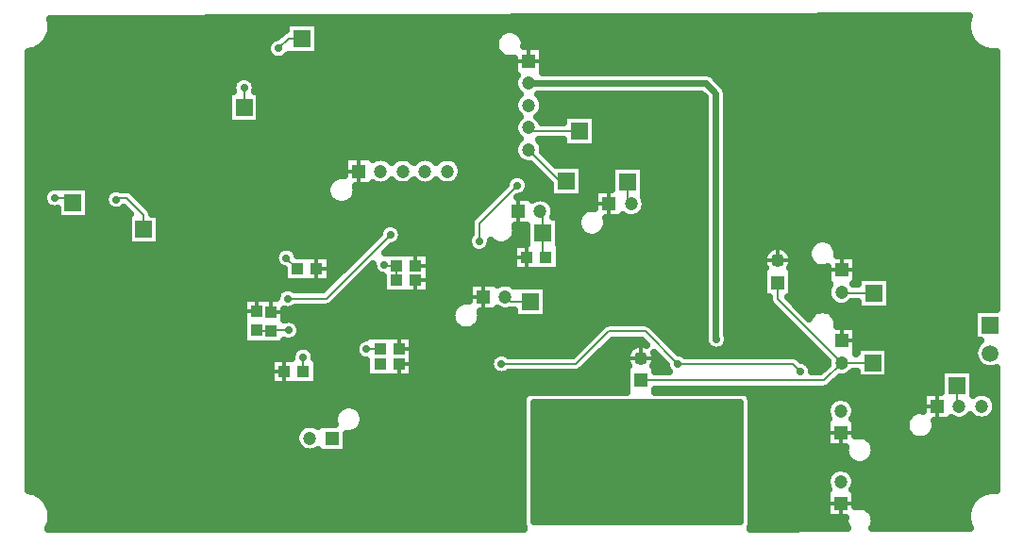
<source format=gbr>
G04 DipTrace 3.2.0.1*
G04 Bottom.gbr*
%MOIN*%
G04 #@! TF.FileFunction,Copper,L2,Bot*
G04 #@! TF.Part,Single*
G04 #@! TA.AperFunction,Conductor*
%ADD13C,0.007874*%
%ADD16C,0.023622*%
G04 #@! TA.AperFunction,CopperBalancing*
%ADD18C,0.025*%
%ADD19C,0.012992*%
%ADD20R,0.059055X0.059055*%
G04 #@! TA.AperFunction,ComponentPad*
%ADD21R,0.047244X0.047244*%
%ADD22C,0.047244*%
%ADD23R,0.03937X0.043307*%
%ADD26R,0.043307X0.03937*%
G04 #@! TA.AperFunction,ComponentPad*
%ADD28R,0.049213X0.049213*%
%ADD29C,0.049213*%
%ADD41C,0.059055*%
G04 #@! TA.AperFunction,ViaPad*
%ADD59C,0.027559*%
%ADD60C,0.062992*%
%FSLAX26Y26*%
G04*
G70*
G90*
G75*
G01*
G04 Bottom*
%LPD*%
X3370155Y1037617D2*
D13*
X3371908Y1039370D1*
X3480315D1*
X3370155Y1037617D2*
X3308916Y976378D1*
X2661417D1*
X3370155Y1037617D2*
X3144929Y1262843D1*
Y1322087D1*
X3370155Y1287617D2*
X3374307Y1283465D1*
X3484252D1*
X1440945Y1377953D2*
X1448819D1*
Y1370079D1*
X1409449Y1409449D1*
X1468504Y1059055D2*
Y1007874D1*
X1303150Y1153543D2*
X1305118Y1151575D1*
X1356299D1*
X1354331Y1153543D1*
X1417323D1*
X1799213Y1330709D2*
Y1381890D1*
X1755906Y1385827D2*
X1759843Y1381890D1*
X1799213D1*
X1692913Y1086614D2*
X1740157D1*
X2929134Y1122047D2*
D16*
X2925197D1*
Y1992126D1*
X2889969Y2027354D1*
X2265449D1*
X3224409Y1007874D2*
D13*
X3196850Y1035433D1*
X2791339D1*
X2677165Y1149606D1*
X2547244D1*
X2433071Y1035433D1*
X2169291D1*
X808944Y1616030D2*
X814961Y1622047D1*
X844021D1*
X906281Y1559787D1*
Y1509793D1*
X590551Y1622047D2*
X661417D1*
Y1603533D1*
X656307D1*
X3786395Y885108D2*
X3778196Y893307D1*
Y959392D1*
X1413386Y1220472D2*
X1411417Y1218504D1*
X1356299D1*
X1507874Y1417323D2*
X1515748Y1409449D1*
Y1370079D1*
X1381890Y2149606D2*
X1417323Y2185039D1*
X1464567D1*
X1259843Y2011811D2*
Y1940945D1*
X2182667Y1271961D2*
X2200140Y1254487D1*
X2270978D1*
X2224409Y1665354D2*
X2090551Y1531496D1*
Y1468504D1*
X2627231Y1600806D2*
X2614692Y1613345D1*
Y1679442D1*
X2305972Y1573203D2*
X2314723Y1564453D1*
Y1498211D1*
X2325408Y1410720D2*
X2314723Y1421406D1*
Y1498211D1*
X1777252Y1491045D2*
X1552276Y1266068D1*
X1414790D1*
X2265449Y1869874D2*
X2277449Y1857874D1*
X2445743D1*
X2265449Y1791134D2*
X2376063Y1680520D1*
X2398499D1*
D59*
X1409449Y1409449D3*
D3*
X1468504Y1059055D3*
X1417323Y1153543D3*
X1755906Y1385827D3*
X1692913Y1086614D3*
X2929134Y1122047D3*
X3224409Y1007874D3*
X2791339Y1035433D3*
X2169291D3*
X808944Y1616030D3*
X590551Y1622047D3*
X1413386Y1220472D3*
X1507874Y1417323D3*
X1381890Y2149606D3*
X1259843Y2011811D3*
X2224409Y1665354D3*
X2090551Y1468504D3*
X1777252Y1491045D3*
X1414790Y1266068D3*
X641732Y1448819D3*
X633858Y1141732D3*
X759843Y2003937D3*
X1039370Y2000000D3*
X1338583Y1996063D3*
X1657480Y1791339D3*
X2051181Y555118D3*
X1996063Y748031D3*
X3122047Y1074803D3*
X3641732Y1472441D3*
X3751969D3*
X3846457D3*
X3834646Y1208661D3*
X3649606D3*
X1708661Y960630D3*
X1421260Y1070866D3*
X1358268Y858268D3*
X968504Y1374016D3*
X1007874Y1019685D3*
X1098425Y1535433D3*
X1263780Y1374016D3*
X1425197Y1515748D3*
X1744094Y1342520D3*
X1090551Y1669291D3*
X728346Y1787402D3*
D60*
X2338583Y850394D3*
X2417323D3*
X2507874D3*
X2590551Y854331D3*
X2685039Y846457D3*
X2338583Y740157D3*
X2421260D3*
X2594488Y744094D3*
X2503937Y740157D3*
X2681102Y744094D3*
X2342520Y618110D3*
X2417323D3*
X2598425Y622047D3*
X2507874Y618110D3*
X2685039Y622047D3*
X2338583Y519685D3*
X2413386D3*
X2594488Y523622D3*
X2503937Y519685D3*
X2681102Y523622D3*
X2850394Y527559D3*
X2759843Y523622D3*
X2937008Y527559D3*
X2854331Y629921D3*
X2763780Y625984D3*
X2940945Y629921D3*
X581516Y2238222D2*
D18*
X1406051D1*
X1523082D2*
X3812194D1*
X580835Y2213353D2*
X1403683D1*
X1523082D2*
X2176521D1*
X2220527D2*
X3812875D1*
X572904Y2188484D2*
X1368875D1*
X1523082D2*
X2149536D1*
X2247476D2*
X3820806D1*
X555177Y2163615D2*
X1341639D1*
X1523082D2*
X2144045D1*
X2253002D2*
X3838533D1*
X508600Y2138747D2*
X1340598D1*
X1523082D2*
X2151222D1*
X2318060D2*
X3885110D1*
X499270Y2113878D2*
X1360801D1*
X1402977D2*
X2187322D1*
X2318060D2*
X3914141D1*
X499270Y2089009D2*
X2212835D1*
X2318060D2*
X3914141D1*
X499270Y2064140D2*
X2212835D1*
X2903152D2*
X3914141D1*
X499270Y2039272D2*
X1227886D1*
X1291808D2*
X2214271D1*
X2934730D2*
X3914141D1*
X499270Y2014403D2*
X1217157D1*
X1302537D2*
X2214522D1*
X2958844D2*
X3914141D1*
X499270Y1989534D2*
X1201332D1*
X1318362D2*
X2230060D1*
X2965985D2*
X3914141D1*
X499270Y1964665D2*
X1201332D1*
X1318362D2*
X2215491D1*
X2315440D2*
X2884408D1*
X2965985D2*
X3914141D1*
X499270Y1939797D2*
X1201332D1*
X1318362D2*
X2213625D1*
X2317270D2*
X2884408D1*
X2965985D2*
X3914141D1*
X499270Y1914928D2*
X1201332D1*
X1318362D2*
X2225861D1*
X2305070D2*
X2884408D1*
X2965985D2*
X3914141D1*
X499270Y1890059D2*
X1201332D1*
X1318362D2*
X2217070D1*
X2313826D2*
X2387233D1*
X2504263D2*
X2884408D1*
X2965985D2*
X3914141D1*
X499270Y1865190D2*
X2213051D1*
X2504263D2*
X2884408D1*
X2965985D2*
X3914141D1*
X499270Y1840322D2*
X2222488D1*
X2504263D2*
X2884408D1*
X2965985D2*
X3914141D1*
X499270Y1815453D2*
X2219115D1*
X2311780D2*
X2387233D1*
X2504263D2*
X2884408D1*
X2965985D2*
X3914141D1*
X499270Y1790584D2*
X2212835D1*
X2318060D2*
X2884408D1*
X2965985D2*
X3914141D1*
X499270Y1765715D2*
X1610914D1*
X1716139D2*
X1733279D1*
X1751233D2*
X1812009D1*
X1829964D2*
X1890775D1*
X1908732D2*
X1969505D1*
X1987459D2*
X2219761D1*
X2336397D2*
X2884408D1*
X2965985D2*
X3914141D1*
X499270Y1740846D2*
X1610914D1*
X2024527D2*
X2270214D1*
X2361264D2*
X2884408D1*
X2965985D2*
X3914141D1*
X499270Y1715978D2*
X1610914D1*
X2031094D2*
X2295082D1*
X2457003D2*
X2556175D1*
X2673206D2*
X2884408D1*
X2965985D2*
X3914141D1*
X499270Y1691109D2*
X1571334D1*
X2024455D2*
X2190946D1*
X2257882D2*
X2319950D1*
X2457003D2*
X2556175D1*
X2673206D2*
X2884408D1*
X2965985D2*
X3914141D1*
X499270Y1666240D2*
X1552853D1*
X1716139D2*
X1733997D1*
X1750516D2*
X1812727D1*
X1829289D2*
X1891457D1*
X1908039D2*
X1970222D1*
X1986749D2*
X2179750D1*
X2267176D2*
X2339973D1*
X2457003D2*
X2556175D1*
X2673206D2*
X2884408D1*
X2965985D2*
X3914141D1*
X499270Y1641371D2*
X552725D1*
X714826D2*
X775135D1*
X870241D2*
X1550521D1*
X1658401D2*
X2154882D1*
X2259246D2*
X2339973D1*
X2457003D2*
X2495890D1*
X2673206D2*
X2884408D1*
X2965985D2*
X3914141D1*
X499270Y1616503D2*
X548168D1*
X714826D2*
X766164D1*
X895108D2*
X1561430D1*
X1647492D2*
X2130015D1*
X2333705D2*
X2495890D1*
X2677332D2*
X2884408D1*
X2965985D2*
X3914141D1*
X499270Y1591634D2*
X561660D1*
X714826D2*
X774418D1*
X919976D2*
X2105147D1*
X2355092D2*
X2495890D1*
X2678983D2*
X2884408D1*
X2965985D2*
X3914141D1*
X499270Y1566765D2*
X597796D1*
X714826D2*
X853758D1*
X938385D2*
X2080279D1*
X2358178D2*
X2446657D1*
X2666495D2*
X2884408D1*
X2965985D2*
X3914141D1*
X499270Y1541896D2*
X847765D1*
X964795D2*
X2059466D1*
X2373250D2*
X2435569D1*
X2543305D2*
X2884408D1*
X2965985D2*
X3914141D1*
X499270Y1517028D2*
X847765D1*
X964795D2*
X1743973D1*
X1810514D2*
X2057636D1*
X2221567D2*
X2256219D1*
X2373250D2*
X2437757D1*
X2541116D2*
X2884408D1*
X2965985D2*
X3914141D1*
X499270Y1492159D2*
X847765D1*
X964795D2*
X1732848D1*
X1820023D2*
X2055447D1*
X2220742D2*
X2256219D1*
X2373250D2*
X2455879D1*
X2522994D2*
X2884408D1*
X2965985D2*
X3914141D1*
X499270Y1467290D2*
X847765D1*
X964795D2*
X1707981D1*
X1812272D2*
X2047804D1*
X2205096D2*
X2256219D1*
X2373250D2*
X2884408D1*
X2965985D2*
X3269912D1*
X3336561D2*
X3914141D1*
X499270Y1442421D2*
X1383839D1*
X1435058D2*
X1683113D1*
X1774163D2*
X2057385D1*
X2123747D2*
X2207847D1*
X2376049D2*
X2884408D1*
X2965985D2*
X3112739D1*
X3177127D2*
X3251575D1*
X3354862D2*
X3914141D1*
X499270Y1417552D2*
X1367512D1*
X1451385D2*
X1658209D1*
X1916803D2*
X2207847D1*
X2376049D2*
X2884408D1*
X2965985D2*
X3094151D1*
X3195715D2*
X3249314D1*
X3357122D2*
X3914141D1*
X499270Y1392684D2*
X1370346D1*
X1566394D2*
X1633342D1*
X1916803D2*
X2207847D1*
X2376049D2*
X2884408D1*
X2965985D2*
X3091998D1*
X3197868D2*
X3260331D1*
X3422755D2*
X3914141D1*
X499270Y1367815D2*
X1398157D1*
X1566394D2*
X1608474D1*
X1699560D2*
X1717382D1*
X1916803D2*
X2207847D1*
X2376049D2*
X2884408D1*
X2965985D2*
X3091316D1*
X3198514D2*
X3317530D1*
X3422755D2*
X3914141D1*
X499270Y1342946D2*
X1398157D1*
X1566394D2*
X1583606D1*
X1674692D2*
X1748566D1*
X1916803D2*
X2884408D1*
X2965985D2*
X3091316D1*
X3198514D2*
X3317530D1*
X3422755D2*
X3914141D1*
X499270Y1318077D2*
X1558738D1*
X1649825D2*
X1748566D1*
X1916803D2*
X2051321D1*
X2204774D2*
X2884408D1*
X2965985D2*
X3091316D1*
X3198514D2*
X3317530D1*
X3542787D2*
X3914141D1*
X499270Y1293209D2*
X1382547D1*
X1624957D2*
X1748566D1*
X1916803D2*
X2051321D1*
X2329507D2*
X2884408D1*
X2965985D2*
X3091316D1*
X3198514D2*
X3317853D1*
X3542787D2*
X3914141D1*
X499270Y1268340D2*
X1254476D1*
X1351842D2*
X1372069D1*
X1600089D2*
X2051321D1*
X2329507D2*
X2884408D1*
X2965985D2*
X3111985D1*
X3184950D2*
X3321406D1*
X3542787D2*
X3914141D1*
X499270Y1243471D2*
X1254476D1*
X1575150D2*
X2007363D1*
X2329507D2*
X2884408D1*
X2965985D2*
X3118947D1*
X3209818D2*
X3343941D1*
X3396380D2*
X3425721D1*
X3542787D2*
X3914141D1*
X499270Y1218602D2*
X1254476D1*
X1404987D2*
X1992184D1*
X2097587D2*
X2212441D1*
X2329507D2*
X2884408D1*
X2965985D2*
X3143635D1*
X3234686D2*
X3271778D1*
X3334695D2*
X3836631D1*
X499270Y1193734D2*
X1254476D1*
X1422376D2*
X1991609D1*
X2098126D2*
X2884408D1*
X2965985D2*
X3168503D1*
X3354395D2*
X3836631D1*
X499270Y1168865D2*
X1254476D1*
X1457055D2*
X2004994D1*
X2084741D2*
X2520973D1*
X2703456D2*
X2884408D1*
X2965985D2*
X3193371D1*
X3357302D2*
X3836631D1*
X499270Y1143996D2*
X1254476D1*
X1458957D2*
X2496105D1*
X2728324D2*
X2884408D1*
X2965985D2*
X3218238D1*
X3422755D2*
X3836631D1*
X499270Y1119127D2*
X1254476D1*
X1440727D2*
X1666642D1*
X1857738D2*
X2471237D1*
X2562288D2*
X2662105D1*
X2753192D2*
X2884516D1*
X2971798D2*
X3243106D1*
X3422755D2*
X3836631D1*
X499270Y1094259D2*
X1446457D1*
X1490571D2*
X1650889D1*
X1857738D2*
X2446370D1*
X2537420D2*
X2626078D1*
X2778059D2*
X2896321D1*
X2960782D2*
X3267974D1*
X3538840D2*
X3840973D1*
X499270Y1069390D2*
X1427079D1*
X1509912D2*
X1654011D1*
X1857738D2*
X2145158D1*
X2193434D2*
X2421502D1*
X2512552D2*
X2609858D1*
X2815486D2*
X3292842D1*
X3538840D2*
X3836738D1*
X499270Y1044521D2*
X1350933D1*
X1519134D2*
X1689500D1*
X1857738D2*
X2127575D1*
X2487684D2*
X2608925D1*
X2713898D2*
X2736709D1*
X3243621D2*
X3317709D1*
X3538840D2*
X3844166D1*
X499270Y1019652D2*
X1350933D1*
X1519134D2*
X1689500D1*
X1857738D2*
X2129728D1*
X2462817D2*
X2607813D1*
X2715011D2*
X2751780D1*
X3265402D2*
X3306657D1*
X3538840D2*
X3874381D1*
X499270Y994783D2*
X1350933D1*
X1519134D2*
X1689500D1*
X1857738D2*
X2607813D1*
X3398676D2*
X3421809D1*
X3538840D2*
X3719684D1*
X3836715D2*
X3914141D1*
X499270Y969915D2*
X1350933D1*
X1519134D2*
X2607813D1*
X3347972D2*
X3719684D1*
X3836715D2*
X3914141D1*
X499270Y945046D2*
X2607813D1*
X2715011D2*
X3719684D1*
X3836715D2*
X3914141D1*
X499270Y920177D2*
X2244916D1*
X3050348D2*
X3655057D1*
X499270Y895308D2*
X2242655D1*
X3052609D2*
X3322805D1*
X3412348D2*
X3655057D1*
X499270Y870440D2*
X1585939D1*
X1674226D2*
X2242655D1*
X3052609D2*
X3314982D1*
X3420135D2*
X3655057D1*
X499270Y845571D2*
X1575963D1*
X1684202D2*
X2242655D1*
X3052609D2*
X3320437D1*
X3414681D2*
X3601912D1*
X3898435D2*
X3914141D1*
X499270Y820702D2*
X1476528D1*
X1681151D2*
X2242655D1*
X3052609D2*
X3314946D1*
X3420171D2*
X3594161D1*
X3703046D2*
X3914141D1*
X499270Y795833D2*
X1445488D1*
X1661128D2*
X2242655D1*
X3052609D2*
X3314946D1*
X3420171D2*
X3599149D1*
X3698058D2*
X3914141D1*
X499270Y770965D2*
X1439675D1*
X1623629D2*
X2242655D1*
X3052609D2*
X3314946D1*
X3469763D2*
X3624304D1*
X3672903D2*
X3914141D1*
X499270Y746096D2*
X1447103D1*
X1623629D2*
X2242655D1*
X3052609D2*
X3314946D1*
X3486628D2*
X3914141D1*
X499270Y721227D2*
X2242655D1*
X3052609D2*
X3380830D1*
X3488136D2*
X3914141D1*
X499270Y696358D2*
X2242655D1*
X3052609D2*
X3392851D1*
X3476150D2*
X3914141D1*
X499270Y671490D2*
X2242655D1*
X3052609D2*
X3914141D1*
X499270Y646621D2*
X2242655D1*
X3052609D2*
X3323666D1*
X3411451D2*
X3914141D1*
X499270Y621752D2*
X2242655D1*
X3052609D2*
X3315054D1*
X3420063D2*
X3914141D1*
X499270Y596883D2*
X2242655D1*
X3052609D2*
X3319791D1*
X3415327D2*
X3914141D1*
X541470Y572014D2*
X2242655D1*
X3052609D2*
X3314946D1*
X3420171D2*
X3852204D1*
X566445Y547146D2*
X2242655D1*
X3052609D2*
X3314946D1*
X3420171D2*
X3827265D1*
X578215Y522277D2*
X2242655D1*
X3052609D2*
X3314946D1*
X3468076D2*
X3815495D1*
X582055Y497408D2*
X2242655D1*
X3052609D2*
X3314946D1*
X3486198D2*
X3811655D1*
X578969Y472539D2*
X2242655D1*
X3052609D2*
X3380614D1*
X3488351D2*
X3814705D1*
X2224144Y1310507D2*
X2326997D1*
Y1198467D1*
X2214958D1*
Y1224053D1*
X2197744Y1224153D1*
X2190506Y1222463D1*
X2182667Y1221846D1*
X2174827Y1222463D1*
X2167181Y1224299D1*
X2159915Y1227309D1*
X2154041Y1230862D1*
Y1221846D1*
X2094078D1*
X2096232Y1213166D1*
X2096873Y1205031D1*
X2096232Y1196897D1*
X2094328Y1188962D1*
X2091205Y1181423D1*
X2086941Y1174466D1*
X2081642Y1168261D1*
X2075437Y1162962D1*
X2068479Y1158698D1*
X2060941Y1155575D1*
X2053006Y1153670D1*
X2044871Y1153030D1*
X2036737Y1153670D1*
X2028802Y1155575D1*
X2021263Y1158698D1*
X2014306Y1162962D1*
X2008101Y1168261D1*
X2002801Y1174466D1*
X1998538Y1181423D1*
X1995415Y1188962D1*
X1993510Y1196897D1*
X1992870Y1205031D1*
X1993510Y1213166D1*
X1995415Y1221101D1*
X1998538Y1228640D1*
X2002801Y1235597D1*
X2008101Y1241802D1*
X2014306Y1247101D1*
X2021263Y1251365D1*
X2028802Y1254488D1*
X2036737Y1256393D1*
X2044871Y1257033D1*
X2053006Y1256393D1*
X2053804Y1256234D1*
X2053813Y1322075D1*
X2154041D1*
Y1313096D1*
X2159915Y1316613D1*
X2167181Y1319622D1*
X2174827Y1321458D1*
X2182667Y1322075D1*
X2190506Y1321458D1*
X2198153Y1319622D1*
X2205418Y1316613D1*
X2212123Y1312504D1*
X2214958Y1310507D1*
X2224144D1*
X2567858Y1735462D2*
X2670711D1*
Y1625692D1*
X2673530Y1619984D1*
X2675960Y1612505D1*
X2677191Y1604738D1*
Y1596874D1*
X2675960Y1589107D1*
X2673530Y1581628D1*
X2669960Y1574621D1*
X2665338Y1568259D1*
X2659778Y1562699D1*
X2653416Y1558076D1*
X2646409Y1554506D1*
X2638930Y1552076D1*
X2631163Y1550846D1*
X2623299D1*
X2615532Y1552076D1*
X2608053Y1554506D1*
X2601046Y1558076D1*
X2598605Y1559707D1*
Y1550691D1*
X2538643D1*
X2540797Y1542011D1*
X2541437Y1533877D1*
X2540797Y1525742D1*
X2538892Y1517807D1*
X2535769Y1510269D1*
X2531506Y1503311D1*
X2526206Y1497106D1*
X2520001Y1491807D1*
X2513044Y1487543D1*
X2505505Y1484420D1*
X2497570Y1482516D1*
X2489436Y1481875D1*
X2481301Y1482516D1*
X2473366Y1484420D1*
X2465828Y1487543D1*
X2458870Y1491807D1*
X2452665Y1497106D1*
X2447366Y1503311D1*
X2443102Y1510269D1*
X2439980Y1517807D1*
X2438075Y1525742D1*
X2437434Y1533877D1*
X2438075Y1542011D1*
X2439980Y1549946D1*
X2443102Y1557485D1*
X2447366Y1564442D1*
X2452665Y1570647D1*
X2458870Y1575947D1*
X2465828Y1580210D1*
X2473366Y1583333D1*
X2481301Y1585238D1*
X2489436Y1585878D1*
X2497570Y1585238D1*
X2498368Y1585079D1*
X2498377Y1650920D1*
X2558672Y1650982D1*
Y1735462D1*
X2567858D1*
X3433482Y1095390D2*
X3536335D1*
Y983350D1*
X3424295D1*
Y1008936D1*
X3411238Y1008941D1*
X3408262Y1005070D1*
X3402701Y999510D1*
X3396339Y994887D1*
X3389333Y991317D1*
X3381854Y988887D1*
X3374087Y987657D1*
X3366223D1*
X3363552Y987973D1*
X3328678Y953239D1*
X3324815Y950433D1*
X3320561Y948265D1*
X3316020Y946790D1*
X3311303Y946043D1*
X3235425Y945949D1*
X2712485D1*
X2712598Y935941D1*
X3025701Y935859D1*
X3029807Y935209D1*
X3033760Y933924D1*
X3037464Y932037D1*
X3040827Y929594D1*
X3043767Y926654D1*
X3046210Y923291D1*
X3048098Y919587D1*
X3049382Y915633D1*
X3050033Y911527D1*
X3050114Y799213D1*
X3050033Y462488D1*
X3049382Y458382D1*
X3048098Y454429D1*
X3047228Y452437D1*
X3390532Y452829D1*
X3386450Y460688D1*
X3383929Y468448D1*
X3382652Y476508D1*
Y484668D1*
X3383291Y489521D1*
X3317450Y489529D1*
Y589757D1*
X3326428D1*
X3322912Y595632D1*
X3319903Y602897D1*
X3318067Y610544D1*
X3317450Y618383D1*
X3318067Y626223D1*
X3319903Y633869D1*
X3322912Y641135D1*
X3327021Y647840D1*
X3332128Y653819D1*
X3338108Y658926D1*
X3344813Y663035D1*
X3352078Y666045D1*
X3359725Y667880D1*
X3367564Y668497D1*
X3375404Y667880D1*
X3383050Y666045D1*
X3390316Y663035D1*
X3397021Y658926D1*
X3403000Y653819D1*
X3408108Y647840D1*
X3412216Y641135D1*
X3415226Y633869D1*
X3417061Y626223D1*
X3417678Y618383D1*
X3417061Y610544D1*
X3415226Y602897D1*
X3412216Y595632D1*
X3408663Y589758D1*
X3417679Y589757D1*
Y529795D1*
X3426359Y531949D1*
X3434493Y532589D1*
X3442628Y531949D1*
X3450563Y530044D1*
X3458102Y526921D1*
X3465059Y522658D1*
X3471264Y517358D1*
X3476563Y511154D1*
X3480827Y504196D1*
X3483950Y496657D1*
X3485855Y488723D1*
X3486495Y480588D1*
X3485855Y472453D1*
X3483950Y464519D1*
X3480827Y456980D1*
X3478504Y452927D1*
X3824730Y453326D1*
X3821096Y461097D1*
X3818612Y467828D1*
X3816665Y474733D1*
X3815265Y481769D1*
X3814422Y488894D1*
X3814140Y496063D1*
X3814422Y503232D1*
X3815265Y510357D1*
X3816665Y517393D1*
X3818612Y524298D1*
X3821096Y531029D1*
X3824099Y537545D1*
X3827605Y543804D1*
X3831591Y549770D1*
X3836032Y555404D1*
X3840902Y560672D1*
X3846171Y565542D1*
X3851805Y569984D1*
X3857770Y573970D1*
X3864030Y577475D1*
X3870545Y580479D1*
X3877276Y582962D1*
X3884182Y584910D1*
X3891218Y586309D1*
X3898343Y587153D1*
X3905512Y587434D1*
X3916661Y586682D1*
X3916593Y1020850D1*
X3908232Y1018133D1*
X3899550Y1016758D1*
X3890760D1*
X3882077Y1018133D1*
X3873717Y1020850D1*
X3865885Y1024840D1*
X3858773Y1030007D1*
X3852557Y1036223D1*
X3847390Y1043335D1*
X3843399Y1051167D1*
X3840683Y1059527D1*
X3839308Y1068210D1*
Y1077000D1*
X3840683Y1085683D1*
X3843399Y1094043D1*
X3847390Y1101875D1*
X3852557Y1108987D1*
X3858773Y1115203D1*
X3860514Y1116575D1*
X3839135Y1116585D1*
Y1228624D1*
X3916609D1*
X3916634Y2137657D1*
X3905512Y2136975D1*
X3898343Y2137257D1*
X3891218Y2138100D1*
X3884182Y2139500D1*
X3877276Y2141447D1*
X3870545Y2143930D1*
X3864030Y2146934D1*
X3857770Y2150440D1*
X3851805Y2154425D1*
X3846171Y2158867D1*
X3840902Y2163737D1*
X3836032Y2169005D1*
X3831591Y2174640D1*
X3827605Y2180605D1*
X3824099Y2186865D1*
X3821096Y2193380D1*
X3818612Y2200111D1*
X3816665Y2207016D1*
X3815265Y2214053D1*
X3814422Y2221178D1*
X3814140Y2228346D1*
X3814422Y2235515D1*
X3815265Y2242640D1*
X3816665Y2249677D1*
X3818612Y2256582D1*
X3820931Y2262866D1*
X575471Y2255425D1*
X578435Y2242640D1*
X579279Y2235515D1*
X579560Y2228346D1*
X579279Y2221178D1*
X578435Y2214053D1*
X577036Y2207016D1*
X575088Y2200111D1*
X572605Y2193380D1*
X569601Y2186865D1*
X566096Y2180605D1*
X562110Y2174640D1*
X557668Y2169005D1*
X552798Y2163737D1*
X547530Y2158867D1*
X541896Y2154425D1*
X535930Y2150440D1*
X529671Y2146934D1*
X523155Y2143930D1*
X516424Y2141447D1*
X509519Y2139500D1*
X502483Y2138100D1*
X496777Y2137425D1*
X496752Y587009D1*
X502483Y586309D1*
X509519Y584910D1*
X516424Y582962D1*
X523155Y580479D1*
X529671Y577475D1*
X535930Y573970D1*
X541896Y569984D1*
X547530Y565542D1*
X552798Y560672D1*
X557668Y555404D1*
X562110Y549770D1*
X566096Y543804D1*
X569601Y537545D1*
X572605Y531029D1*
X575088Y524298D1*
X577036Y517393D1*
X578435Y510357D1*
X579279Y503232D1*
X579560Y496063D1*
X579279Y488894D1*
X578435Y481769D1*
X577036Y474733D1*
X575088Y467828D1*
X572605Y461097D1*
X569601Y454581D1*
X566915Y449602D1*
X2248626Y451524D1*
X2246458Y456380D1*
X2245488Y460423D1*
X2245161Y464567D1*
X2245243Y911527D1*
X2245893Y915633D1*
X2247178Y919587D1*
X2249065Y923291D1*
X2251509Y926654D1*
X2254448Y929594D1*
X2257811Y932037D1*
X2261515Y933924D1*
X2265469Y935209D1*
X2269575Y935859D1*
X2381890Y935941D1*
X2610293D1*
X2610319Y1027476D1*
X2618465D1*
X2615294Y1033126D1*
X2612618Y1039963D1*
X2610950Y1047114D1*
X2610324Y1054430D1*
X2610752Y1061760D1*
X2612228Y1068953D1*
X2614718Y1075861D1*
X2618174Y1082340D1*
X2622522Y1088257D1*
X2627673Y1093489D1*
X2633521Y1097930D1*
X2639945Y1101486D1*
X2646812Y1104085D1*
X2653981Y1105673D1*
X2661304Y1106216D1*
X2668629Y1105705D1*
X2675805Y1104149D1*
X2681756Y1101985D1*
X2664545Y1119193D1*
X2559860Y1119177D1*
X2452833Y1012294D1*
X2448970Y1009488D1*
X2444716Y1007320D1*
X2440174Y1005845D1*
X2435458Y1005098D1*
X2359580Y1005004D1*
X2195446Y1004810D1*
X2190333Y1001096D1*
X2184703Y998227D1*
X2178693Y996274D1*
X2172451Y995286D1*
X2166132D1*
X2159890Y996274D1*
X2153880Y998227D1*
X2148249Y1001096D1*
X2143137Y1004810D1*
X2138669Y1009279D1*
X2134954Y1014391D1*
X2132085Y1020022D1*
X2130132Y1026032D1*
X2129144Y1032273D1*
Y1038593D1*
X2130132Y1044834D1*
X2132085Y1050844D1*
X2134954Y1056475D1*
X2138669Y1061587D1*
X2143137Y1066056D1*
X2148249Y1069770D1*
X2153880Y1072639D1*
X2159890Y1074592D1*
X2166132Y1075581D1*
X2172451D1*
X2178693Y1074592D1*
X2184703Y1072639D1*
X2190333Y1069770D1*
X2195654Y1065863D1*
X2420445Y1065862D1*
X2527482Y1172745D1*
X2531345Y1175551D1*
X2535599Y1177719D1*
X2540141Y1179195D1*
X2544857Y1179942D1*
X2620735Y1180036D1*
X2679553Y1179942D1*
X2684269Y1179195D1*
X2688810Y1177719D1*
X2693065Y1175551D1*
X2696928Y1172745D1*
X2750648Y1119157D1*
X2794498Y1075581D1*
X2800740Y1074592D1*
X2806750Y1072639D1*
X2812380Y1069770D1*
X2817702Y1065863D1*
X3199238Y1065768D1*
X3203954Y1065022D1*
X3208495Y1063546D1*
X3212750Y1061378D1*
X3216613Y1058572D1*
X3227273Y1048044D1*
X3233811Y1047033D1*
X3239821Y1045080D1*
X3245451Y1042211D1*
X3250564Y1038497D1*
X3255032Y1034028D1*
X3258747Y1028916D1*
X3261616Y1023285D1*
X3263568Y1017275D1*
X3264557Y1011034D1*
X3264639Y1006800D1*
X3296316Y1006807D1*
X3320462Y1030957D1*
X3320041Y1037617D1*
X3320511Y1044220D1*
X3121791Y1243080D1*
X3118984Y1246943D1*
X3116816Y1251198D1*
X3115341Y1255739D1*
X3114594Y1260455D1*
X3114500Y1270988D1*
X3093831D1*
Y1373185D1*
X3101977D1*
X3098806Y1378834D1*
X3096130Y1385672D1*
X3094461Y1392823D1*
X3093835Y1400139D1*
X3094264Y1407469D1*
X3095739Y1414662D1*
X3098230Y1421570D1*
X3101685Y1428049D1*
X3106033Y1433965D1*
X3111185Y1439198D1*
X3117033Y1443638D1*
X3123457Y1447195D1*
X3130324Y1449794D1*
X3137493Y1451381D1*
X3144816Y1451925D1*
X3152141Y1451414D1*
X3159317Y1449858D1*
X3166196Y1447289D1*
X3172636Y1443762D1*
X3178503Y1439347D1*
X3183678Y1434138D1*
X3188052Y1428240D1*
X3191536Y1421776D1*
X3194057Y1414880D1*
X3195564Y1407694D1*
X3196028Y1400827D1*
X3195500Y1393503D1*
X3193928Y1386330D1*
X3191345Y1379457D1*
X3187905Y1373190D1*
X3196028Y1373185D1*
Y1270988D1*
X3179844D1*
X3255280Y1195525D1*
X3258887Y1202583D1*
X3263684Y1209184D1*
X3269454Y1214954D1*
X3276055Y1219750D1*
X3283326Y1223455D1*
X3291086Y1225977D1*
X3299146Y1227253D1*
X3307306D1*
X3315365Y1225977D1*
X3323126Y1223455D1*
X3330396Y1219750D1*
X3336998Y1214954D1*
X3342768Y1209184D1*
X3347564Y1202583D1*
X3351269Y1195312D1*
X3353790Y1187552D1*
X3355067Y1179492D1*
Y1171332D1*
X3354428Y1166479D1*
X3420269Y1166471D1*
Y1069806D1*
X3424295Y1075214D1*
Y1095390D1*
X3433482D1*
X2352325Y1554231D2*
X2370743D1*
Y1456877D1*
X2373554Y1456897D1*
Y1364543D1*
X2210334D1*
Y1456897D1*
X2258698D1*
X2258703Y1523110D1*
X2217384Y1523089D1*
X2219538Y1514409D1*
X2220178Y1506274D1*
X2219538Y1498139D1*
X2217633Y1490205D1*
X2214511Y1482666D1*
X2210247Y1475709D1*
X2204948Y1469504D1*
X2198743Y1464204D1*
X2191785Y1459941D1*
X2184246Y1456818D1*
X2176312Y1454913D1*
X2168177Y1454273D1*
X2160042Y1454913D1*
X2152108Y1456818D1*
X2144569Y1459941D1*
X2137612Y1464204D1*
X2131407Y1469504D1*
X2130790Y1470171D1*
X2130699Y1465344D1*
X2129710Y1459103D1*
X2127757Y1453093D1*
X2124888Y1447462D1*
X2121174Y1442350D1*
X2116706Y1437881D1*
X2111593Y1434167D1*
X2105962Y1431298D1*
X2099952Y1429345D1*
X2093711Y1428356D1*
X2087392D1*
X2081150Y1429345D1*
X2075140Y1431298D1*
X2069509Y1434167D1*
X2064397Y1437881D1*
X2059928Y1442350D1*
X2056214Y1447462D1*
X2053345Y1453093D1*
X2051392Y1459103D1*
X2050404Y1465344D1*
Y1471664D1*
X2051392Y1477905D1*
X2053345Y1483915D1*
X2056214Y1489546D1*
X2060121Y1494867D1*
X2060216Y1533884D1*
X2060963Y1538600D1*
X2062438Y1543141D1*
X2064606Y1547395D1*
X2067413Y1551258D1*
X2121000Y1604979D1*
X2184262Y1668514D1*
X2185251Y1674756D1*
X2187203Y1680766D1*
X2190072Y1686396D1*
X2193787Y1691509D1*
X2198255Y1695977D1*
X2203368Y1699692D1*
X2208998Y1702560D1*
X2215008Y1704513D1*
X2221250Y1705502D1*
X2227569D1*
X2233811Y1704513D1*
X2239821Y1702560D1*
X2245451Y1699692D1*
X2250564Y1695977D1*
X2255032Y1691509D1*
X2258747Y1686396D1*
X2261616Y1680766D1*
X2263568Y1674756D1*
X2264557Y1668514D1*
Y1662195D1*
X2263568Y1655953D1*
X2261616Y1649943D1*
X2258747Y1644312D1*
X2255032Y1639200D1*
X2250564Y1634732D1*
X2245451Y1631017D1*
X2239821Y1628148D1*
X2233811Y1626195D1*
X2227285Y1625196D1*
X2225399Y1623310D1*
X2277347Y1623317D1*
Y1614339D1*
X2283221Y1617855D1*
X2290486Y1620865D1*
X2298133Y1622701D1*
X2305972Y1623318D1*
X2313812Y1622701D1*
X2321459Y1620865D1*
X2328724Y1617855D1*
X2335429Y1613747D1*
X2341409Y1608639D1*
X2346516Y1602660D1*
X2350624Y1595955D1*
X2353634Y1588690D1*
X2355470Y1581043D1*
X2356087Y1573203D1*
X2355470Y1565364D1*
X2353634Y1557717D1*
X2352352Y1554242D1*
X3319288Y839757D2*
X3326428D1*
X3322912Y845632D1*
X3319903Y852897D1*
X3318067Y860544D1*
X3317450Y868383D1*
X3318067Y876223D1*
X3319903Y883869D1*
X3322912Y891135D1*
X3327021Y897840D1*
X3332128Y903819D1*
X3338108Y908926D1*
X3344813Y913035D1*
X3352078Y916045D1*
X3359725Y917880D1*
X3367564Y918497D1*
X3375404Y917880D1*
X3383050Y916045D1*
X3390316Y913035D1*
X3397021Y908926D1*
X3403000Y903819D1*
X3408108Y897840D1*
X3412216Y891135D1*
X3415226Y883869D1*
X3417061Y876223D1*
X3417678Y868383D1*
X3417061Y860544D1*
X3415226Y852897D1*
X3412216Y845632D1*
X3408663Y839758D1*
X3417679Y839757D1*
Y779795D1*
X3426359Y781949D1*
X3434493Y782589D1*
X3442628Y781949D1*
X3450563Y780044D1*
X3458102Y776921D1*
X3465059Y772658D1*
X3471264Y767358D1*
X3476563Y761154D1*
X3480827Y754196D1*
X3483950Y746657D1*
X3485855Y738723D1*
X3486495Y730588D1*
X3485855Y722453D1*
X3483950Y714519D1*
X3480827Y706980D1*
X3476563Y700022D1*
X3471264Y693817D1*
X3465059Y688518D1*
X3458102Y684254D1*
X3450563Y681132D1*
X3442628Y679227D1*
X3434493Y678587D1*
X3426359Y679227D1*
X3418424Y681132D1*
X3410885Y684254D1*
X3403928Y688518D1*
X3397723Y693817D1*
X3392423Y700022D1*
X3388160Y706980D1*
X3385037Y714519D1*
X3383132Y722453D1*
X3382492Y730588D1*
X3383132Y738723D1*
X3383291Y739521D1*
X3317450Y739529D1*
Y839757D1*
X3319288D1*
X3437419Y1339484D2*
X3540272D1*
Y1227445D1*
X3428232D1*
Y1253030D1*
X3406419Y1253035D1*
X3402701Y1249510D1*
X3396339Y1244887D1*
X3389333Y1241317D1*
X3381854Y1238887D1*
X3374087Y1237657D1*
X3366223D1*
X3358456Y1238887D1*
X3350977Y1241317D1*
X3343970Y1244887D1*
X3337608Y1249510D1*
X3332048Y1255070D1*
X3327425Y1261432D1*
X3323855Y1268439D1*
X3321425Y1275918D1*
X3320195Y1283685D1*
Y1291549D1*
X3321425Y1299316D1*
X3323855Y1306795D1*
X3327425Y1313801D1*
X3329057Y1316242D1*
X3320041Y1316243D1*
Y1376205D1*
X3311361Y1374051D1*
X3303226Y1373411D1*
X3295091Y1374051D1*
X3287156Y1375956D1*
X3279618Y1379079D1*
X3272660Y1383342D1*
X3266455Y1388642D1*
X3261156Y1394846D1*
X3256892Y1401804D1*
X3253770Y1409343D1*
X3251865Y1417277D1*
X3251224Y1425412D1*
X3251865Y1433547D1*
X3253770Y1441481D1*
X3256892Y1449020D1*
X3261156Y1455978D1*
X3266455Y1462183D1*
X3272660Y1467482D1*
X3279618Y1471746D1*
X3287156Y1474868D1*
X3295091Y1476773D1*
X3303226Y1477413D1*
X3311361Y1476773D1*
X3319295Y1474868D1*
X3326834Y1471746D1*
X3333791Y1467482D1*
X3339996Y1462183D1*
X3345296Y1455978D1*
X3349559Y1449020D1*
X3352682Y1441481D1*
X3354587Y1433547D1*
X3355227Y1425412D1*
X3354587Y1417277D1*
X3354428Y1416479D1*
X3420269Y1416471D1*
Y1316243D1*
X3411291D1*
X3428232Y1319308D1*
Y1339484D1*
X3437419D1*
X1757275Y1428067D2*
X1914288D1*
Y1284531D1*
X1751067D1*
Y1345868D1*
X1746504Y1346668D1*
X1740494Y1348621D1*
X1734864Y1351490D1*
X1729751Y1355204D1*
X1725283Y1359672D1*
X1721568Y1364785D1*
X1718699Y1370415D1*
X1716747Y1376426D1*
X1715758Y1382667D1*
X1715657Y1386407D1*
X1572038Y1242930D1*
X1568175Y1240123D1*
X1563920Y1237955D1*
X1559379Y1236480D1*
X1554663Y1235733D1*
X1478785Y1235639D1*
X1440944Y1235445D1*
X1435832Y1231731D1*
X1430201Y1228862D1*
X1424191Y1226909D1*
X1417950Y1225921D1*
X1411630D1*
X1405389Y1226909D1*
X1402476Y1227731D1*
Y1191001D1*
X1407922Y1192702D1*
X1414163Y1193691D1*
X1420483D1*
X1426724Y1192702D1*
X1432734Y1190749D1*
X1438365Y1187881D1*
X1443477Y1184166D1*
X1447946Y1179698D1*
X1451660Y1174585D1*
X1454529Y1168955D1*
X1456482Y1162945D1*
X1457470Y1156703D1*
Y1150384D1*
X1456482Y1144142D1*
X1454529Y1138132D1*
X1451660Y1132501D1*
X1447946Y1127389D1*
X1443477Y1122921D1*
X1438365Y1119206D1*
X1432734Y1116337D1*
X1426724Y1114384D1*
X1420483Y1113396D1*
X1414163D1*
X1407922Y1114384D1*
X1402479Y1116128D1*
X1402476Y1103429D1*
X1310122D1*
Y1105403D1*
X1256972Y1105398D1*
Y1268618D1*
X1349327D1*
Y1266644D1*
X1374520Y1266650D1*
X1375014Y1272368D1*
X1376489Y1278513D1*
X1378908Y1284351D1*
X1382210Y1289739D1*
X1386314Y1294545D1*
X1391119Y1298649D1*
X1396507Y1301951D1*
X1402345Y1304369D1*
X1408490Y1305844D1*
X1414790Y1306340D1*
X1421090Y1305844D1*
X1427235Y1304369D1*
X1433073Y1301951D1*
X1438461Y1298649D1*
X1441153Y1296498D1*
X1539703D1*
X1737074Y1493901D1*
X1738093Y1500446D1*
X1740046Y1506456D1*
X1742915Y1512087D1*
X1746629Y1517199D1*
X1751098Y1521667D1*
X1756210Y1525382D1*
X1761841Y1528251D1*
X1767851Y1530204D1*
X1774092Y1531192D1*
X1780412D1*
X1786653Y1530204D1*
X1792663Y1528251D1*
X1798294Y1525382D1*
X1803406Y1521667D1*
X1807875Y1517199D1*
X1811589Y1512087D1*
X1814458Y1506456D1*
X1816411Y1500446D1*
X1817399Y1494204D1*
Y1487885D1*
X1816411Y1481643D1*
X1814458Y1475633D1*
X1811589Y1470003D1*
X1807875Y1464890D1*
X1803406Y1460422D1*
X1798294Y1456707D1*
X1792663Y1453838D1*
X1786653Y1451886D1*
X1780128Y1450886D1*
X1757282Y1428041D1*
X1508454Y1054051D2*
X1516650D1*
Y961697D1*
X1353429D1*
Y1054051D1*
X1428576D1*
X1428232Y1059055D1*
X1428728Y1065355D1*
X1430203Y1071500D1*
X1432622Y1077338D1*
X1435923Y1082726D1*
X1440028Y1087531D1*
X1444833Y1091636D1*
X1450221Y1094937D1*
X1456059Y1097356D1*
X1462204Y1098831D1*
X1468504Y1099327D1*
X1474804Y1098831D1*
X1480949Y1097356D1*
X1486787Y1094937D1*
X1492175Y1091636D1*
X1496980Y1087531D1*
X1501084Y1082726D1*
X1504386Y1077338D1*
X1506805Y1071500D1*
X1508280Y1065355D1*
X1508776Y1059055D1*
X1508432Y1054043D1*
X1855233Y1040436D2*
Y989256D1*
X1692012D1*
Y1046358D1*
X1686614Y1046838D1*
X1680469Y1048314D1*
X1674630Y1050732D1*
X1669242Y1054034D1*
X1664437Y1058138D1*
X1660333Y1062943D1*
X1657031Y1068331D1*
X1654613Y1074170D1*
X1653138Y1080314D1*
X1652642Y1086614D1*
X1653138Y1092914D1*
X1654613Y1099059D1*
X1657031Y1104897D1*
X1660333Y1110285D1*
X1664437Y1115091D1*
X1669242Y1119195D1*
X1674630Y1122496D1*
X1680469Y1124915D1*
X1686614Y1126390D1*
X1692012Y1126850D1*
Y1132791D1*
X1855233D1*
X1855225Y1040437D1*
X2704371Y1027476D2*
X2712516D1*
Y1006843D1*
X2762862Y1006957D1*
X2758758Y1011762D1*
X2755456Y1017150D1*
X2753038Y1022988D1*
X2751563Y1029133D1*
X2751180Y1032557D1*
X2708290Y1075448D1*
X2710545Y1069171D1*
X2712052Y1061985D1*
X2712516Y1055118D1*
X2711988Y1047794D1*
X2710416Y1040622D1*
X2707833Y1033749D1*
X2704393Y1027481D1*
X936132Y1565812D2*
X962301D1*
Y1453773D1*
X850261D1*
Y1565812D1*
X857187D1*
X836427Y1586608D1*
X832615Y1583450D1*
X827227Y1580148D1*
X821388Y1577730D1*
X815243Y1576254D1*
X808944Y1575759D1*
X802644Y1576254D1*
X796499Y1577730D1*
X790661Y1580148D1*
X785272Y1583450D1*
X780467Y1587554D1*
X776363Y1592359D1*
X773061Y1597747D1*
X770643Y1603586D1*
X769168Y1609730D1*
X768672Y1616030D1*
X769168Y1622330D1*
X770643Y1628475D1*
X773061Y1634313D1*
X776363Y1639701D1*
X780467Y1644507D1*
X785272Y1648611D1*
X790661Y1651912D1*
X796499Y1654331D1*
X802644Y1655806D1*
X808944Y1656302D1*
X815243Y1655806D1*
X821388Y1654331D1*
X826004Y1652476D1*
X846408Y1652383D1*
X851125Y1651636D1*
X855666Y1650160D1*
X859920Y1647992D1*
X863783Y1645186D1*
X917504Y1591598D1*
X929419Y1579550D1*
X932226Y1575687D1*
X934394Y1571432D1*
X935871Y1566882D1*
X605204Y1659552D2*
X712327D1*
Y1547513D1*
X600288D1*
Y1583002D1*
X593711Y1581900D1*
X587392D1*
X581150Y1582888D1*
X575140Y1584841D1*
X569509Y1587710D1*
X564397Y1591424D1*
X559928Y1595893D1*
X556214Y1601005D1*
X553345Y1606636D1*
X551392Y1612646D1*
X550404Y1618888D1*
Y1625207D1*
X551392Y1631448D1*
X553345Y1637459D1*
X556214Y1643089D1*
X559928Y1648202D1*
X564397Y1652670D1*
X569509Y1656384D1*
X575140Y1659253D1*
X581150Y1661206D1*
X587392Y1662195D1*
X593711D1*
X599952Y1661206D1*
X605163Y1659548D1*
X3731362Y1015412D2*
X3834215D1*
Y924517D1*
X3838951Y927837D1*
X3845957Y931407D1*
X3853436Y933837D1*
X3861203Y935067D1*
X3869067D1*
X3876834Y933837D1*
X3884313Y931407D1*
X3891320Y927837D1*
X3897682Y923215D1*
X3903242Y917654D1*
X3907865Y911292D1*
X3911435Y904285D1*
X3913865Y896807D1*
X3915095Y889040D1*
Y881176D1*
X3913865Y873409D1*
X3911435Y865930D1*
X3907865Y858923D1*
X3903242Y852561D1*
X3897682Y847000D1*
X3891320Y842378D1*
X3884313Y838808D1*
X3876834Y836378D1*
X3869067Y835148D1*
X3861203D1*
X3853436Y836378D1*
X3845957Y838808D1*
X3838951Y842378D1*
X3832589Y847000D1*
X3827028Y852561D1*
X3825781Y854142D1*
X3821831Y849672D1*
X3815851Y844564D1*
X3809146Y840456D1*
X3801881Y837446D1*
X3794235Y835610D1*
X3786395Y834993D1*
X3778555Y835610D1*
X3770909Y837446D1*
X3763644Y840456D1*
X3757769Y844009D1*
Y834993D1*
X3697807D1*
X3699961Y826313D1*
X3700601Y818178D1*
X3699961Y810044D1*
X3698056Y802109D1*
X3694933Y794570D1*
X3690670Y787613D1*
X3685370Y781408D1*
X3679165Y776109D1*
X3672208Y771845D1*
X3664669Y768722D1*
X3656735Y766817D1*
X3648600Y766177D1*
X3640465Y766817D1*
X3632530Y768722D1*
X3624992Y771845D1*
X3618034Y776109D1*
X3611829Y781408D1*
X3606530Y787613D1*
X3602266Y794570D1*
X3599144Y802109D1*
X3597239Y810044D1*
X3596598Y818178D1*
X3597239Y826313D1*
X3599144Y834248D1*
X3602266Y841787D1*
X3606530Y848744D1*
X3611829Y854949D1*
X3618034Y860248D1*
X3624992Y864512D1*
X3632530Y867635D1*
X3640465Y869540D1*
X3648600Y870180D1*
X3656735Y869540D1*
X3657532Y869381D1*
X3657541Y935222D1*
X3722183D1*
X3722176Y1015412D1*
X3731362D1*
X1530096Y822484D2*
X1580872D1*
X1578718Y831164D1*
X1578077Y839299D1*
X1578718Y847434D1*
X1580623Y855369D1*
X1583745Y862907D1*
X1588009Y869865D1*
X1593308Y876070D1*
X1599513Y881369D1*
X1606471Y885633D1*
X1614009Y888755D1*
X1621944Y890660D1*
X1630079Y891301D1*
X1638214Y890660D1*
X1646148Y888755D1*
X1653687Y885633D1*
X1660644Y881369D1*
X1666849Y876070D1*
X1672149Y869865D1*
X1676412Y862907D1*
X1679535Y855369D1*
X1681440Y847434D1*
X1682080Y839299D1*
X1681440Y831164D1*
X1679535Y823230D1*
X1676412Y815691D1*
X1672149Y808734D1*
X1666849Y802529D1*
X1660644Y797229D1*
X1653687Y792966D1*
X1646148Y789843D1*
X1638214Y787938D1*
X1630079Y787298D1*
X1621944Y787938D1*
X1621146Y788097D1*
X1621138Y722256D1*
X1520910D1*
Y731263D1*
X1515035Y727718D1*
X1507770Y724709D1*
X1500123Y722873D1*
X1492283Y722256D1*
X1484444Y722873D1*
X1476797Y724709D1*
X1469532Y727718D1*
X1462827Y731827D1*
X1456847Y736934D1*
X1451740Y742914D1*
X1447631Y749619D1*
X1444622Y756884D1*
X1442786Y764530D1*
X1442169Y772370D1*
X1442786Y780210D1*
X1444622Y787856D1*
X1447631Y795121D1*
X1451740Y801826D1*
X1456847Y807806D1*
X1462827Y812913D1*
X1469532Y817022D1*
X1476797Y820031D1*
X1484444Y821867D1*
X1492283Y822484D1*
X1500123Y821867D1*
X1507770Y820031D1*
X1515035Y817022D1*
X1520909Y813468D1*
X1520910Y822484D1*
X1530096D1*
X1860351Y1685056D2*
X1856433Y1680585D1*
X1850454Y1675478D1*
X1843749Y1671369D1*
X1836484Y1668360D1*
X1828837Y1666524D1*
X1820997Y1665907D1*
X1813158Y1666524D1*
X1805511Y1668360D1*
X1798246Y1671369D1*
X1791541Y1675478D1*
X1785561Y1680585D1*
X1781644Y1685056D1*
X1777693Y1680585D1*
X1771714Y1675478D1*
X1765009Y1671369D1*
X1757743Y1668360D1*
X1750097Y1666524D1*
X1742257Y1665907D1*
X1734418Y1666524D1*
X1726771Y1668360D1*
X1719506Y1671369D1*
X1713632Y1674923D1*
X1713631Y1665907D1*
X1653669D1*
X1655823Y1657227D1*
X1656463Y1649092D1*
X1655823Y1640957D1*
X1653918Y1633023D1*
X1650795Y1625484D1*
X1646532Y1618526D1*
X1641232Y1612321D1*
X1635028Y1607022D1*
X1628070Y1602758D1*
X1620531Y1599636D1*
X1612597Y1597731D1*
X1604462Y1597091D1*
X1596327Y1597731D1*
X1588393Y1599636D1*
X1580854Y1602758D1*
X1573896Y1607022D1*
X1567691Y1612321D1*
X1562392Y1618526D1*
X1558128Y1625484D1*
X1555006Y1633023D1*
X1553101Y1640957D1*
X1552461Y1649092D1*
X1553101Y1657227D1*
X1555006Y1665161D1*
X1558128Y1672700D1*
X1562392Y1679657D1*
X1567691Y1685862D1*
X1573896Y1691162D1*
X1580854Y1695425D1*
X1588393Y1698548D1*
X1596327Y1700453D1*
X1604462Y1701093D1*
X1612597Y1700453D1*
X1613395Y1700294D1*
X1613403Y1766135D1*
X1713631D1*
Y1757157D1*
X1719506Y1760673D1*
X1726771Y1763682D1*
X1734418Y1765518D1*
X1742257Y1766135D1*
X1750097Y1765518D1*
X1757743Y1763682D1*
X1765009Y1760673D1*
X1771714Y1756564D1*
X1777693Y1751457D1*
X1781611Y1746986D1*
X1785561Y1751457D1*
X1791541Y1756564D1*
X1798246Y1760673D1*
X1805511Y1763682D1*
X1813158Y1765518D1*
X1820997Y1766135D1*
X1828837Y1765518D1*
X1836484Y1763682D1*
X1843749Y1760673D1*
X1850454Y1756564D1*
X1856433Y1751457D1*
X1860351Y1746986D1*
X1864301Y1751457D1*
X1870281Y1756564D1*
X1876986Y1760673D1*
X1884251Y1763682D1*
X1891898Y1765518D1*
X1899738Y1766135D1*
X1907577Y1765518D1*
X1915224Y1763682D1*
X1922489Y1760673D1*
X1929194Y1756564D1*
X1935174Y1751457D1*
X1939091Y1746986D1*
X1943042Y1751457D1*
X1949021Y1756564D1*
X1955726Y1760673D1*
X1962992Y1763682D1*
X1970638Y1765518D1*
X1978478Y1766135D1*
X1986317Y1765518D1*
X1993964Y1763682D1*
X2001229Y1760673D1*
X2007934Y1756564D1*
X2013914Y1751457D1*
X2019021Y1745477D1*
X2023130Y1738772D1*
X2026139Y1731507D1*
X2027975Y1723861D1*
X2028592Y1716021D1*
X2027975Y1708181D1*
X2026139Y1700535D1*
X2023130Y1693270D1*
X2019021Y1686565D1*
X2013914Y1680585D1*
X2007934Y1675478D1*
X2001229Y1671369D1*
X1993964Y1668360D1*
X1986317Y1666524D1*
X1978478Y1665907D1*
X1970638Y1666524D1*
X1962992Y1668360D1*
X1955726Y1671369D1*
X1949021Y1675478D1*
X1943042Y1680585D1*
X1939124Y1685056D1*
X1935174Y1680585D1*
X1929194Y1675478D1*
X1922489Y1671369D1*
X1915224Y1668360D1*
X1907577Y1666524D1*
X1899738Y1665907D1*
X1891898Y1666524D1*
X1884251Y1668360D1*
X1876986Y1671369D1*
X1870281Y1675478D1*
X1864301Y1680585D1*
X1860384Y1685056D1*
X2315409Y1944682D2*
X2314178Y1936915D1*
X2311748Y1929436D1*
X2308178Y1922430D1*
X2303556Y1916068D1*
X2297995Y1910507D1*
X2296414Y1909260D1*
X2300885Y1905310D1*
X2305992Y1899330D1*
X2310101Y1892625D1*
X2312020Y1888316D1*
X2389730Y1888303D1*
X2389723Y1913894D1*
X2501762D1*
Y1801854D1*
X2389723D1*
Y1827440D1*
X2300017Y1827445D1*
X2305992Y1820590D1*
X2310101Y1813885D1*
X2313110Y1806620D1*
X2314946Y1798973D1*
X2315563Y1791134D1*
X2315092Y1784531D1*
X2363062Y1736554D1*
X2454518Y1736539D1*
Y1624500D1*
X2342479D1*
Y1671042D1*
X2272106Y1741443D1*
X2265449Y1741020D1*
X2257609Y1741637D1*
X2249963Y1743472D1*
X2242697Y1746482D1*
X2235992Y1750591D1*
X2230013Y1755698D1*
X2224906Y1761677D1*
X2220797Y1768382D1*
X2217787Y1775648D1*
X2215952Y1783294D1*
X2215335Y1791134D1*
X2215952Y1798973D1*
X2217787Y1806620D1*
X2220797Y1813885D1*
X2224906Y1820590D1*
X2230013Y1826570D1*
X2234484Y1830488D1*
X2230013Y1834438D1*
X2224906Y1840418D1*
X2220797Y1847123D1*
X2217787Y1854388D1*
X2215952Y1862034D1*
X2215335Y1869874D1*
X2215952Y1877714D1*
X2217787Y1885360D1*
X2220797Y1892625D1*
X2224906Y1899330D1*
X2230013Y1905310D1*
X2234484Y1909228D1*
X2230013Y1913178D1*
X2224906Y1919158D1*
X2220797Y1925863D1*
X2217787Y1933128D1*
X2215952Y1940775D1*
X2215335Y1948614D1*
X2215952Y1956454D1*
X2217787Y1964100D1*
X2220797Y1971366D1*
X2224906Y1978071D1*
X2230013Y1984050D1*
X2234484Y1987968D1*
X2230013Y1991918D1*
X2224906Y1997898D1*
X2220797Y2004603D1*
X2217787Y2011868D1*
X2215952Y2019515D1*
X2215335Y2027354D1*
X2215952Y2035194D1*
X2217787Y2042840D1*
X2220797Y2050106D1*
X2224351Y2055980D1*
X2215335D1*
Y2115943D1*
X2206654Y2113789D1*
X2198520Y2113148D1*
X2190385Y2113789D1*
X2182450Y2115693D1*
X2174912Y2118816D1*
X2167954Y2123080D1*
X2161749Y2128379D1*
X2156450Y2134584D1*
X2152186Y2141542D1*
X2149063Y2149080D1*
X2147159Y2157015D1*
X2146518Y2165150D1*
X2147159Y2173284D1*
X2149063Y2181219D1*
X2152186Y2188758D1*
X2156450Y2195715D1*
X2161749Y2201920D1*
X2167954Y2207220D1*
X2174912Y2211483D1*
X2182450Y2214606D1*
X2190385Y2216511D1*
X2198520Y2217151D1*
X2206654Y2216511D1*
X2214589Y2214606D1*
X2222128Y2211483D1*
X2229085Y2207220D1*
X2235290Y2201920D1*
X2240590Y2195715D1*
X2244853Y2188758D1*
X2247976Y2181219D1*
X2249881Y2173284D1*
X2250521Y2165150D1*
X2249881Y2157015D1*
X2249722Y2156217D1*
X2315563Y2156208D1*
Y2065658D1*
X2892974Y2065539D1*
X2898910Y2064599D1*
X2904627Y2062742D1*
X2909982Y2060013D1*
X2914844Y2056480D1*
X2949532Y2021960D1*
X2954323Y2017002D1*
X2957856Y2012139D1*
X2960584Y2006784D1*
X2962442Y2001068D1*
X2963382Y1995131D1*
X2963500Y1946194D1*
Y1143070D1*
X2966340Y1137459D1*
X2968293Y1131448D1*
X2969281Y1125207D1*
Y1118888D1*
X2968293Y1112646D1*
X2966340Y1106636D1*
X2963471Y1101005D1*
X2959757Y1095893D1*
X2955288Y1091424D1*
X2950176Y1087710D1*
X2944545Y1084841D1*
X2938535Y1082888D1*
X2932294Y1081900D1*
X2925974D1*
X2919733Y1082888D1*
X2913723Y1084841D1*
X2907691Y1087978D1*
X2902683Y1091059D1*
X2898112Y1094963D1*
X2894209Y1099533D1*
X2891068Y1104658D1*
X2888768Y1110211D1*
X2887365Y1116055D1*
X2886894Y1122047D1*
Y1976270D1*
X2874083Y1989071D1*
X2297772Y1989051D1*
X2297995Y1986721D1*
X2303556Y1981161D1*
X2308178Y1974799D1*
X2311748Y1967792D1*
X2314178Y1960313D1*
X2315409Y1952546D1*
Y1944682D1*
X1417734Y2241059D2*
X1520587D1*
Y2129019D1*
X1416487D1*
X1412513Y2123452D1*
X1408044Y2118983D1*
X1402932Y2115269D1*
X1397301Y2112400D1*
X1391291Y2110447D1*
X1385049Y2109459D1*
X1378730D1*
X1372489Y2110447D1*
X1366478Y2112400D1*
X1360848Y2115269D1*
X1355735Y2118983D1*
X1351267Y2123452D1*
X1347553Y2128564D1*
X1344684Y2134195D1*
X1342731Y2140205D1*
X1341742Y2146447D1*
Y2152766D1*
X1342731Y2159008D1*
X1344684Y2165018D1*
X1347553Y2170648D1*
X1351267Y2175761D1*
X1355735Y2180229D1*
X1360848Y2183944D1*
X1366478Y2186812D1*
X1372489Y2188765D1*
X1379014Y2189765D1*
X1397561Y2208178D1*
X1401424Y2210985D1*
X1405678Y2213152D1*
X1407929Y2213982D1*
X1408548Y2220883D1*
Y2241059D1*
X1417734D1*
X1213009Y1996965D2*
X1222375D1*
X1220684Y2002410D1*
X1219695Y2008651D1*
Y2014971D1*
X1220684Y2021212D1*
X1222636Y2027222D1*
X1225505Y2032853D1*
X1229220Y2037965D1*
X1233688Y2042434D1*
X1238801Y2046148D1*
X1244431Y2049017D1*
X1250441Y2050970D1*
X1256683Y2051959D1*
X1263002D1*
X1269244Y2050970D1*
X1275254Y2049017D1*
X1280884Y2046148D1*
X1285997Y2042434D1*
X1290465Y2037965D1*
X1294180Y2032853D1*
X1297049Y2027222D1*
X1299001Y2021212D1*
X1299990Y2014971D1*
Y2008651D1*
X1299001Y2002410D1*
X1297258Y1996968D1*
X1315862Y1996965D1*
Y1884925D1*
X1203823D1*
Y1996965D1*
X1213009D1*
X1400665Y1370167D2*
X1394038Y1372243D1*
X1388407Y1375112D1*
X1383294Y1378826D1*
X1378826Y1383294D1*
X1375112Y1388407D1*
X1372243Y1394038D1*
X1370290Y1400048D1*
X1369301Y1406289D1*
Y1412608D1*
X1370290Y1418850D1*
X1372243Y1424860D1*
X1375112Y1430491D1*
X1378826Y1435603D1*
X1383294Y1440072D1*
X1388407Y1443786D1*
X1394038Y1446655D1*
X1400048Y1448608D1*
X1406289Y1449596D1*
X1412608D1*
X1418850Y1448608D1*
X1424860Y1446655D1*
X1430491Y1443786D1*
X1435603Y1440072D1*
X1440072Y1435603D1*
X1443786Y1430491D1*
X1446655Y1424860D1*
X1448608Y1418850D1*
X1449126Y1416245D1*
X1447749Y1421893D1*
X1445331Y1427732D1*
X1442029Y1433120D1*
X1437925Y1437925D1*
X1433120Y1442029D1*
X1427732Y1445331D1*
X1421893Y1447749D1*
X1415749Y1449225D1*
X1409449Y1449720D1*
X1403149Y1449225D1*
X1397004Y1447749D1*
X1391166Y1445331D1*
X1385778Y1442029D1*
X1380972Y1437925D1*
X1376868Y1433120D1*
X1373567Y1427732D1*
X1371148Y1421893D1*
X1369673Y1415749D1*
X1369177Y1409449D1*
X1369673Y1403149D1*
X1371148Y1397004D1*
X1373567Y1391166D1*
X1376868Y1385778D1*
X1380972Y1380972D1*
X1385778Y1376868D1*
X1391166Y1373567D1*
X1397004Y1371148D1*
X1400673Y1370156D1*
Y1323901D1*
X1563894D1*
Y1416256D1*
X1449153D1*
X3370155Y1166435D2*
D19*
Y1116357D1*
X3420233D1*
X3367564Y539643D2*
Y489565D1*
X3317486Y539643D2*
X3417643D1*
X3367564Y789643D2*
Y739565D1*
X3317486Y789643D2*
X3417643D1*
X3370155Y1416435D2*
Y1366357D1*
X3320077D2*
X3420233D1*
X1515748Y1416220D2*
Y1323937D1*
Y1370079D2*
X1563858D1*
X1866142Y1428031D2*
Y1381890D1*
X1914252D1*
X1401575Y1054015D2*
Y961732D1*
X1353465Y1007874D2*
X1401575D1*
X1866142Y1330709D2*
Y1284567D1*
Y1330709D2*
X1914252D1*
X1807087Y1035433D2*
Y989292D1*
Y1035433D2*
X1855197D1*
X1807087Y1132755D2*
Y1086614D1*
X1855197D1*
X1303150Y1268582D2*
Y1220472D1*
X1257008D2*
X1303150D1*
X1356299Y1266614D2*
Y1218504D1*
X1402441D1*
X2661417Y1106181D2*
Y1055118D1*
X2610355D2*
X2712480D1*
X3144929Y1451889D2*
Y1400827D1*
X3093867D2*
X3195992D1*
X1663517Y1766099D2*
Y1665943D1*
X1613439Y1716021D2*
X1663517D1*
X2265449Y2156173D2*
Y2106094D1*
X2215371D2*
X2315527D1*
X3707655Y935186D2*
Y835029D1*
X3657577Y885108D2*
X3707655D1*
X2258479Y1456862D2*
Y1364579D1*
X2210369Y1410720D2*
X2258479D1*
X2103927Y1322039D2*
Y1221882D1*
X2053848Y1271961D2*
X2103927D1*
X2548491Y1650884D2*
Y1550727D1*
X2498413Y1600806D2*
X2548491D1*
X2227232Y1623281D2*
Y1523125D1*
X2286671Y872080D2*
D18*
X3008613D1*
X2286671Y847211D2*
X3008613D1*
X2286671Y822343D2*
X3008613D1*
X2286671Y797474D2*
X3008613D1*
X2286671Y772605D2*
X3008613D1*
X2286671Y747736D2*
X3008613D1*
X2286671Y722867D2*
X3008613D1*
X2286671Y697999D2*
X3008613D1*
X2286671Y673130D2*
X3008613D1*
X2286671Y648261D2*
X3008613D1*
X2286671Y623392D2*
X3008613D1*
X2286671Y598524D2*
X3008613D1*
X2286671Y573655D2*
X3008613D1*
X2286671Y548786D2*
X3008613D1*
X2286671Y523917D2*
X3008613D1*
X2286671Y499049D2*
X3008613D1*
X3011098Y896949D2*
X2284157D1*
X2284154Y477080D1*
X3011119Y477067D1*
X3011122Y896935D1*
D20*
X2270978Y1254487D3*
X2614692Y1679442D3*
X3480315Y1039370D3*
D21*
X3370155Y1116357D3*
D22*
Y1037617D3*
D20*
X2314723Y1498211D3*
D21*
X3367564Y539643D3*
D22*
Y618383D3*
D21*
Y789643D3*
D22*
Y868383D3*
D20*
X3484252Y1283465D3*
D21*
X3370155Y1366357D3*
D22*
Y1287617D3*
D26*
X1448819Y1370079D3*
X1515748D3*
X1799213Y1381890D3*
X1866142D3*
X1468504Y1007874D3*
X1401575D3*
X1799213Y1330709D3*
X1866142D3*
X1807087Y1035433D3*
X1740157D3*
X1807087Y1086614D3*
X1740157D3*
D23*
X1303150Y1220472D3*
Y1153543D3*
X1356299Y1218504D3*
Y1151575D3*
D28*
X2661417Y976378D3*
D29*
Y1055118D3*
D28*
X3144929Y1322087D3*
D29*
Y1400827D3*
D20*
X906281Y1509793D3*
X656307Y1603533D3*
X3778196Y959392D3*
D21*
X1571024Y772370D3*
D22*
X1492283D3*
X1820997Y1716021D3*
X1899738D3*
X1978478D3*
X1742257D3*
D21*
X1663517D3*
D22*
X2265449Y1948614D3*
Y1869874D3*
Y1791134D3*
Y2027354D3*
D21*
Y2106094D3*
X3707655Y885108D3*
D22*
X3786395D3*
X3865135D3*
D20*
X3895155Y1172605D3*
D41*
Y1072605D3*
D26*
X2258479Y1410720D3*
X2325408D3*
D21*
X2103927Y1271961D3*
D22*
X2182667D3*
D21*
X2548491Y1600806D3*
D22*
X2627231D3*
D21*
X2227232Y1573203D3*
D22*
X2305972D3*
D20*
X1464567Y2185039D3*
X1259843Y1940945D3*
X2445743Y1857874D3*
X2398499Y1680520D3*
M02*

</source>
